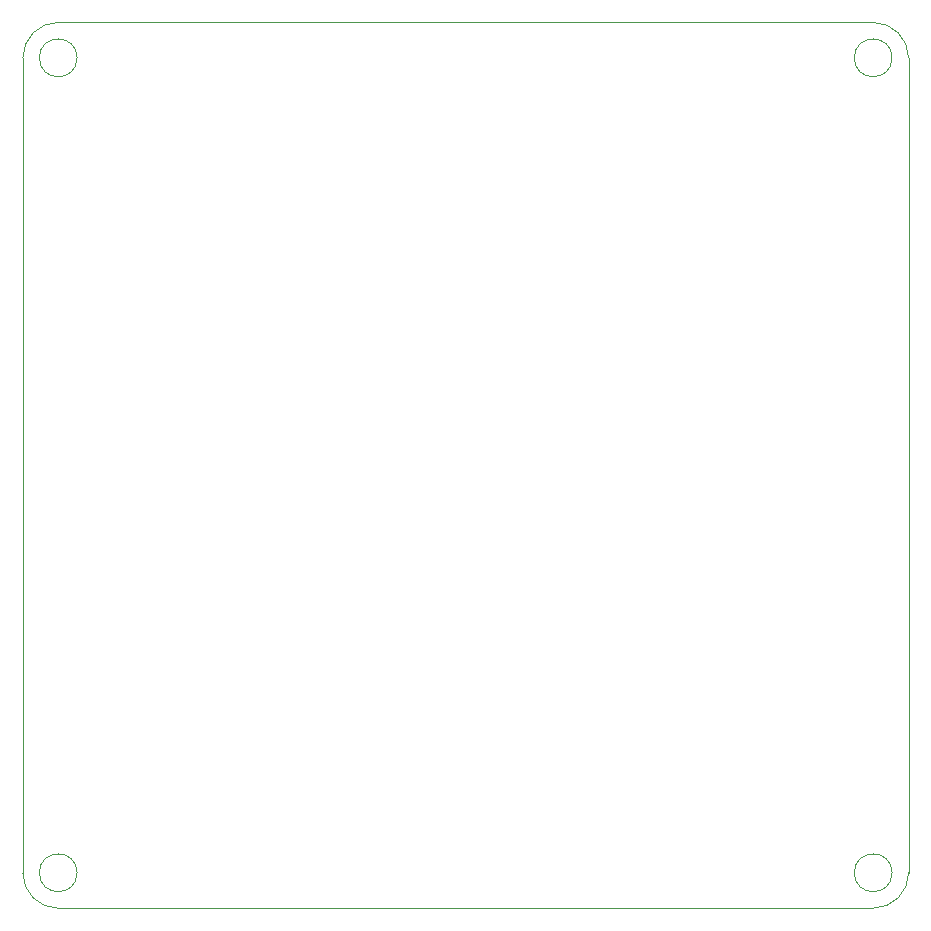
<source format=gbr>
G04 #@! TF.FileFunction,Profile,NP*
%FSLAX46Y46*%
G04 Gerber Fmt 4.6, Leading zero omitted, Abs format (unit mm)*
G04 Created by KiCad (PCBNEW 4.0.7) date 05/12/18 12:12:21*
%MOMM*%
%LPD*%
G01*
G04 APERTURE LIST*
%ADD10C,0.100000*%
G04 APERTURE END LIST*
D10*
X97000000Y-100000000D02*
G75*
G02X100000000Y-97000000I3000000J0D01*
G01*
X97000000Y-169000000D02*
X97000000Y-100000000D01*
X169000000Y-97000000D02*
G75*
G02X172000000Y-100000000I0J-3000000D01*
G01*
X100000000Y-172000000D02*
G75*
G02X97000000Y-169000000I0J3000000D01*
G01*
X100000000Y-97000000D02*
X169000000Y-97000000D01*
X169000000Y-172000000D02*
X100000000Y-172000000D01*
X170600000Y-100000000D02*
G75*
G03X170600000Y-100000000I-1600000J0D01*
G01*
X172000000Y-169000000D02*
G75*
G02X169000000Y-172000000I-3000000J0D01*
G01*
X101600000Y-100000000D02*
G75*
G03X101600000Y-100000000I-1600000J0D01*
G01*
X170600000Y-169000000D02*
G75*
G03X170600000Y-169000000I-1600000J0D01*
G01*
X101600000Y-169000000D02*
G75*
G03X101600000Y-169000000I-1600000J0D01*
G01*
X172000000Y-100000000D02*
X172000000Y-169000000D01*
M02*

</source>
